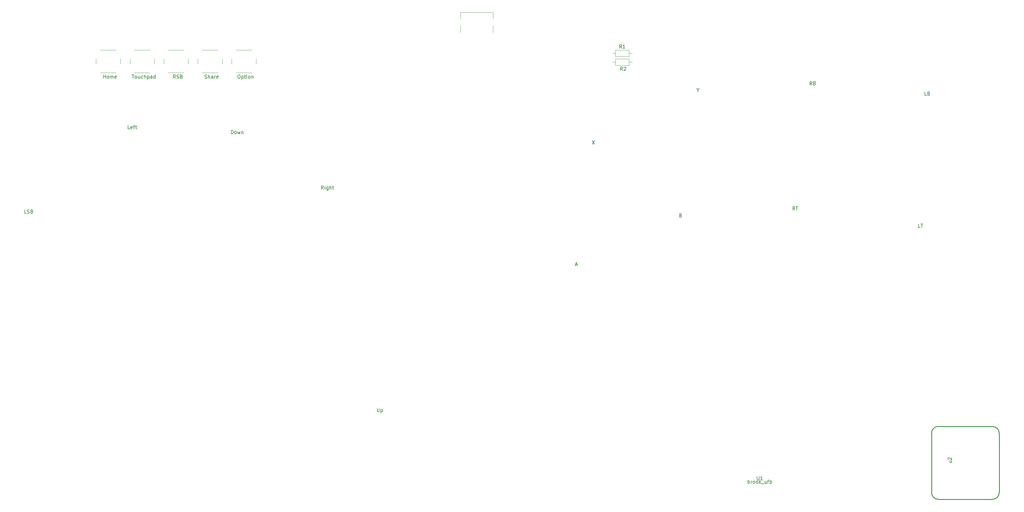
<source format=gto>
G04 #@! TF.GenerationSoftware,KiCad,Pcbnew,7.0.5*
G04 #@! TF.CreationDate,2023-09-07T16:20:45-04:00*
G04 #@! TF.ProjectId,Hitbox Full Pcb,48697462-6f78-4204-9675-6c6c20506362,rev?*
G04 #@! TF.SameCoordinates,Original*
G04 #@! TF.FileFunction,Legend,Top*
G04 #@! TF.FilePolarity,Positive*
%FSLAX46Y46*%
G04 Gerber Fmt 4.6, Leading zero omitted, Abs format (unit mm)*
G04 Created by KiCad (PCBNEW 7.0.5) date 2023-09-07 16:20:45*
%MOMM*%
%LPD*%
G01*
G04 APERTURE LIST*
%ADD10C,0.150000*%
%ADD11C,0.120000*%
%ADD12C,0.254000*%
%ADD13C,1.750000*%
%ADD14C,3.000000*%
%ADD15C,3.987800*%
%ADD16C,6.400000*%
%ADD17C,1.400000*%
%ADD18O,1.400000X1.400000*%
%ADD19C,2.000000*%
%ADD20C,0.650000*%
%ADD21O,1.000000X2.100000*%
%ADD22O,1.000000X1.600000*%
%ADD23R,0.600000X1.450000*%
%ADD24R,0.300000X1.450000*%
%ADD25C,1.700022*%
%ADD26C,1.499997*%
%ADD27R,1.499997X1.499997*%
%ADD28R,2.000000X2.000000*%
%ADD29C,1.700000*%
%ADD30R,1.700000X1.700000*%
%ADD31C,2.500000*%
G04 APERTURE END LIST*
D10*
X399099524Y-65077319D02*
X399099524Y-64077319D01*
X399099524Y-64077319D02*
X399337619Y-64077319D01*
X399337619Y-64077319D02*
X399480476Y-64124938D01*
X399480476Y-64124938D02*
X399575714Y-64220176D01*
X399575714Y-64220176D02*
X399623333Y-64315414D01*
X399623333Y-64315414D02*
X399670952Y-64505890D01*
X399670952Y-64505890D02*
X399670952Y-64648747D01*
X399670952Y-64648747D02*
X399623333Y-64839223D01*
X399623333Y-64839223D02*
X399575714Y-64934461D01*
X399575714Y-64934461D02*
X399480476Y-65029700D01*
X399480476Y-65029700D02*
X399337619Y-65077319D01*
X399337619Y-65077319D02*
X399099524Y-65077319D01*
X400242381Y-65077319D02*
X400147143Y-65029700D01*
X400147143Y-65029700D02*
X400099524Y-64982080D01*
X400099524Y-64982080D02*
X400051905Y-64886842D01*
X400051905Y-64886842D02*
X400051905Y-64601128D01*
X400051905Y-64601128D02*
X400099524Y-64505890D01*
X400099524Y-64505890D02*
X400147143Y-64458271D01*
X400147143Y-64458271D02*
X400242381Y-64410652D01*
X400242381Y-64410652D02*
X400385238Y-64410652D01*
X400385238Y-64410652D02*
X400480476Y-64458271D01*
X400480476Y-64458271D02*
X400528095Y-64505890D01*
X400528095Y-64505890D02*
X400575714Y-64601128D01*
X400575714Y-64601128D02*
X400575714Y-64886842D01*
X400575714Y-64886842D02*
X400528095Y-64982080D01*
X400528095Y-64982080D02*
X400480476Y-65029700D01*
X400480476Y-65029700D02*
X400385238Y-65077319D01*
X400385238Y-65077319D02*
X400242381Y-65077319D01*
X400909048Y-64410652D02*
X401099524Y-65077319D01*
X401099524Y-65077319D02*
X401290000Y-64601128D01*
X401290000Y-64601128D02*
X401480476Y-65077319D01*
X401480476Y-65077319D02*
X401670952Y-64410652D01*
X402051905Y-64410652D02*
X402051905Y-65077319D01*
X402051905Y-64505890D02*
X402099524Y-64458271D01*
X402099524Y-64458271D02*
X402194762Y-64410652D01*
X402194762Y-64410652D02*
X402337619Y-64410652D01*
X402337619Y-64410652D02*
X402432857Y-64458271D01*
X402432857Y-64458271D02*
X402480476Y-64553509D01*
X402480476Y-64553509D02*
X402480476Y-65077319D01*
X566109523Y-51037319D02*
X565776190Y-50561128D01*
X565538095Y-51037319D02*
X565538095Y-50037319D01*
X565538095Y-50037319D02*
X565919047Y-50037319D01*
X565919047Y-50037319D02*
X566014285Y-50084938D01*
X566014285Y-50084938D02*
X566061904Y-50132557D01*
X566061904Y-50132557D02*
X566109523Y-50227795D01*
X566109523Y-50227795D02*
X566109523Y-50370652D01*
X566109523Y-50370652D02*
X566061904Y-50465890D01*
X566061904Y-50465890D02*
X566014285Y-50513509D01*
X566014285Y-50513509D02*
X565919047Y-50561128D01*
X565919047Y-50561128D02*
X565538095Y-50561128D01*
X566871428Y-50513509D02*
X567014285Y-50561128D01*
X567014285Y-50561128D02*
X567061904Y-50608747D01*
X567061904Y-50608747D02*
X567109523Y-50703985D01*
X567109523Y-50703985D02*
X567109523Y-50846842D01*
X567109523Y-50846842D02*
X567061904Y-50942080D01*
X567061904Y-50942080D02*
X567014285Y-50989700D01*
X567014285Y-50989700D02*
X566919047Y-51037319D01*
X566919047Y-51037319D02*
X566538095Y-51037319D01*
X566538095Y-51037319D02*
X566538095Y-50037319D01*
X566538095Y-50037319D02*
X566871428Y-50037319D01*
X566871428Y-50037319D02*
X566966666Y-50084938D01*
X566966666Y-50084938D02*
X567014285Y-50132557D01*
X567014285Y-50132557D02*
X567061904Y-50227795D01*
X567061904Y-50227795D02*
X567061904Y-50323033D01*
X567061904Y-50323033D02*
X567014285Y-50418271D01*
X567014285Y-50418271D02*
X566966666Y-50465890D01*
X566966666Y-50465890D02*
X566871428Y-50513509D01*
X566871428Y-50513509D02*
X566538095Y-50513509D01*
X502956667Y-67037319D02*
X503623333Y-68037319D01*
X503623333Y-67037319D02*
X502956667Y-68037319D01*
X511633333Y-46854819D02*
X511300000Y-46378628D01*
X511061905Y-46854819D02*
X511061905Y-45854819D01*
X511061905Y-45854819D02*
X511442857Y-45854819D01*
X511442857Y-45854819D02*
X511538095Y-45902438D01*
X511538095Y-45902438D02*
X511585714Y-45950057D01*
X511585714Y-45950057D02*
X511633333Y-46045295D01*
X511633333Y-46045295D02*
X511633333Y-46188152D01*
X511633333Y-46188152D02*
X511585714Y-46283390D01*
X511585714Y-46283390D02*
X511538095Y-46331009D01*
X511538095Y-46331009D02*
X511442857Y-46378628D01*
X511442857Y-46378628D02*
X511061905Y-46378628D01*
X512014286Y-45950057D02*
X512061905Y-45902438D01*
X512061905Y-45902438D02*
X512157143Y-45854819D01*
X512157143Y-45854819D02*
X512395238Y-45854819D01*
X512395238Y-45854819D02*
X512490476Y-45902438D01*
X512490476Y-45902438D02*
X512538095Y-45950057D01*
X512538095Y-45950057D02*
X512585714Y-46045295D01*
X512585714Y-46045295D02*
X512585714Y-46140533D01*
X512585714Y-46140533D02*
X512538095Y-46283390D01*
X512538095Y-46283390D02*
X511966667Y-46854819D01*
X511966667Y-46854819D02*
X512585714Y-46854819D01*
X391521428Y-49077200D02*
X391664285Y-49124819D01*
X391664285Y-49124819D02*
X391902380Y-49124819D01*
X391902380Y-49124819D02*
X391997618Y-49077200D01*
X391997618Y-49077200D02*
X392045237Y-49029580D01*
X392045237Y-49029580D02*
X392092856Y-48934342D01*
X392092856Y-48934342D02*
X392092856Y-48839104D01*
X392092856Y-48839104D02*
X392045237Y-48743866D01*
X392045237Y-48743866D02*
X391997618Y-48696247D01*
X391997618Y-48696247D02*
X391902380Y-48648628D01*
X391902380Y-48648628D02*
X391711904Y-48601009D01*
X391711904Y-48601009D02*
X391616666Y-48553390D01*
X391616666Y-48553390D02*
X391569047Y-48505771D01*
X391569047Y-48505771D02*
X391521428Y-48410533D01*
X391521428Y-48410533D02*
X391521428Y-48315295D01*
X391521428Y-48315295D02*
X391569047Y-48220057D01*
X391569047Y-48220057D02*
X391616666Y-48172438D01*
X391616666Y-48172438D02*
X391711904Y-48124819D01*
X391711904Y-48124819D02*
X391949999Y-48124819D01*
X391949999Y-48124819D02*
X392092856Y-48172438D01*
X392521428Y-49124819D02*
X392521428Y-48124819D01*
X392949999Y-49124819D02*
X392949999Y-48601009D01*
X392949999Y-48601009D02*
X392902380Y-48505771D01*
X392902380Y-48505771D02*
X392807142Y-48458152D01*
X392807142Y-48458152D02*
X392664285Y-48458152D01*
X392664285Y-48458152D02*
X392569047Y-48505771D01*
X392569047Y-48505771D02*
X392521428Y-48553390D01*
X393854761Y-49124819D02*
X393854761Y-48601009D01*
X393854761Y-48601009D02*
X393807142Y-48505771D01*
X393807142Y-48505771D02*
X393711904Y-48458152D01*
X393711904Y-48458152D02*
X393521428Y-48458152D01*
X393521428Y-48458152D02*
X393426190Y-48505771D01*
X393854761Y-49077200D02*
X393759523Y-49124819D01*
X393759523Y-49124819D02*
X393521428Y-49124819D01*
X393521428Y-49124819D02*
X393426190Y-49077200D01*
X393426190Y-49077200D02*
X393378571Y-48981961D01*
X393378571Y-48981961D02*
X393378571Y-48886723D01*
X393378571Y-48886723D02*
X393426190Y-48791485D01*
X393426190Y-48791485D02*
X393521428Y-48743866D01*
X393521428Y-48743866D02*
X393759523Y-48743866D01*
X393759523Y-48743866D02*
X393854761Y-48696247D01*
X394330952Y-49124819D02*
X394330952Y-48458152D01*
X394330952Y-48648628D02*
X394378571Y-48553390D01*
X394378571Y-48553390D02*
X394426190Y-48505771D01*
X394426190Y-48505771D02*
X394521428Y-48458152D01*
X394521428Y-48458152D02*
X394616666Y-48458152D01*
X395330952Y-49077200D02*
X395235714Y-49124819D01*
X395235714Y-49124819D02*
X395045238Y-49124819D01*
X395045238Y-49124819D02*
X394950000Y-49077200D01*
X394950000Y-49077200D02*
X394902381Y-48981961D01*
X394902381Y-48981961D02*
X394902381Y-48601009D01*
X394902381Y-48601009D02*
X394950000Y-48505771D01*
X394950000Y-48505771D02*
X395045238Y-48458152D01*
X395045238Y-48458152D02*
X395235714Y-48458152D01*
X395235714Y-48458152D02*
X395330952Y-48505771D01*
X395330952Y-48505771D02*
X395378571Y-48601009D01*
X395378571Y-48601009D02*
X395378571Y-48696247D01*
X395378571Y-48696247D02*
X394902381Y-48791485D01*
X511383333Y-40454819D02*
X511050000Y-39978628D01*
X510811905Y-40454819D02*
X510811905Y-39454819D01*
X510811905Y-39454819D02*
X511192857Y-39454819D01*
X511192857Y-39454819D02*
X511288095Y-39502438D01*
X511288095Y-39502438D02*
X511335714Y-39550057D01*
X511335714Y-39550057D02*
X511383333Y-39645295D01*
X511383333Y-39645295D02*
X511383333Y-39788152D01*
X511383333Y-39788152D02*
X511335714Y-39883390D01*
X511335714Y-39883390D02*
X511288095Y-39931009D01*
X511288095Y-39931009D02*
X511192857Y-39978628D01*
X511192857Y-39978628D02*
X510811905Y-39978628D01*
X512335714Y-40454819D02*
X511764286Y-40454819D01*
X512050000Y-40454819D02*
X512050000Y-39454819D01*
X512050000Y-39454819D02*
X511954762Y-39597676D01*
X511954762Y-39597676D02*
X511859524Y-39692914D01*
X511859524Y-39692914D02*
X511764286Y-39740533D01*
X498081905Y-102771604D02*
X498558095Y-102771604D01*
X497986667Y-103057319D02*
X498320000Y-102057319D01*
X498320000Y-102057319D02*
X498653333Y-103057319D01*
X605604152Y-159261904D02*
X606270819Y-159261904D01*
X605604152Y-159690475D02*
X606127961Y-159690475D01*
X606127961Y-159690475D02*
X606223200Y-159642856D01*
X606223200Y-159642856D02*
X606270819Y-159547618D01*
X606270819Y-159547618D02*
X606270819Y-159404761D01*
X606270819Y-159404761D02*
X606223200Y-159309523D01*
X606223200Y-159309523D02*
X606175580Y-159261904D01*
X605366057Y-158833332D02*
X605318438Y-158785713D01*
X605318438Y-158785713D02*
X605270819Y-158690475D01*
X605270819Y-158690475D02*
X605270819Y-158452380D01*
X605270819Y-158452380D02*
X605318438Y-158357142D01*
X605318438Y-158357142D02*
X605366057Y-158309523D01*
X605366057Y-158309523D02*
X605461295Y-158261904D01*
X605461295Y-158261904D02*
X605556533Y-158261904D01*
X605556533Y-158261904D02*
X605699390Y-158309523D01*
X605699390Y-158309523D02*
X606270819Y-158880951D01*
X606270819Y-158880951D02*
X606270819Y-158261904D01*
X533310000Y-52521128D02*
X533310000Y-52997319D01*
X532976667Y-51997319D02*
X533310000Y-52521128D01*
X533310000Y-52521128D02*
X533643333Y-51997319D01*
X550335144Y-163662324D02*
X550335144Y-164471847D01*
X550335144Y-164471847D02*
X550382763Y-164567085D01*
X550382763Y-164567085D02*
X550430382Y-164614705D01*
X550430382Y-164614705D02*
X550525620Y-164662324D01*
X550525620Y-164662324D02*
X550716096Y-164662324D01*
X550716096Y-164662324D02*
X550811334Y-164614705D01*
X550811334Y-164614705D02*
X550858953Y-164567085D01*
X550858953Y-164567085D02*
X550906572Y-164471847D01*
X550906572Y-164471847D02*
X550906572Y-163662324D01*
X551906572Y-164662324D02*
X551335144Y-164662324D01*
X551620858Y-164662324D02*
X551620858Y-163662324D01*
X551620858Y-163662324D02*
X551525620Y-163805181D01*
X551525620Y-163805181D02*
X551430382Y-163900419D01*
X551430382Y-163900419D02*
X551335144Y-163948038D01*
X547692286Y-165662324D02*
X547692286Y-164662324D01*
X547692286Y-165043276D02*
X547787524Y-164995657D01*
X547787524Y-164995657D02*
X547978000Y-164995657D01*
X547978000Y-164995657D02*
X548073238Y-165043276D01*
X548073238Y-165043276D02*
X548120857Y-165090895D01*
X548120857Y-165090895D02*
X548168476Y-165186133D01*
X548168476Y-165186133D02*
X548168476Y-165471847D01*
X548168476Y-165471847D02*
X548120857Y-165567085D01*
X548120857Y-165567085D02*
X548073238Y-165614705D01*
X548073238Y-165614705D02*
X547978000Y-165662324D01*
X547978000Y-165662324D02*
X547787524Y-165662324D01*
X547787524Y-165662324D02*
X547692286Y-165614705D01*
X548597048Y-165662324D02*
X548597048Y-164995657D01*
X548597048Y-165186133D02*
X548644667Y-165090895D01*
X548644667Y-165090895D02*
X548692286Y-165043276D01*
X548692286Y-165043276D02*
X548787524Y-164995657D01*
X548787524Y-164995657D02*
X548882762Y-164995657D01*
X549358953Y-165662324D02*
X549263715Y-165614705D01*
X549263715Y-165614705D02*
X549216096Y-165567085D01*
X549216096Y-165567085D02*
X549168477Y-165471847D01*
X549168477Y-165471847D02*
X549168477Y-165186133D01*
X549168477Y-165186133D02*
X549216096Y-165090895D01*
X549216096Y-165090895D02*
X549263715Y-165043276D01*
X549263715Y-165043276D02*
X549358953Y-164995657D01*
X549358953Y-164995657D02*
X549501810Y-164995657D01*
X549501810Y-164995657D02*
X549597048Y-165043276D01*
X549597048Y-165043276D02*
X549644667Y-165090895D01*
X549644667Y-165090895D02*
X549692286Y-165186133D01*
X549692286Y-165186133D02*
X549692286Y-165471847D01*
X549692286Y-165471847D02*
X549644667Y-165567085D01*
X549644667Y-165567085D02*
X549597048Y-165614705D01*
X549597048Y-165614705D02*
X549501810Y-165662324D01*
X549501810Y-165662324D02*
X549358953Y-165662324D01*
X550263715Y-165662324D02*
X550168477Y-165614705D01*
X550168477Y-165614705D02*
X550120858Y-165567085D01*
X550120858Y-165567085D02*
X550073239Y-165471847D01*
X550073239Y-165471847D02*
X550073239Y-165186133D01*
X550073239Y-165186133D02*
X550120858Y-165090895D01*
X550120858Y-165090895D02*
X550168477Y-165043276D01*
X550168477Y-165043276D02*
X550263715Y-164995657D01*
X550263715Y-164995657D02*
X550406572Y-164995657D01*
X550406572Y-164995657D02*
X550501810Y-165043276D01*
X550501810Y-165043276D02*
X550549429Y-165090895D01*
X550549429Y-165090895D02*
X550597048Y-165186133D01*
X550597048Y-165186133D02*
X550597048Y-165471847D01*
X550597048Y-165471847D02*
X550549429Y-165567085D01*
X550549429Y-165567085D02*
X550501810Y-165614705D01*
X550501810Y-165614705D02*
X550406572Y-165662324D01*
X550406572Y-165662324D02*
X550263715Y-165662324D01*
X551025620Y-165662324D02*
X551025620Y-164662324D01*
X551120858Y-165281371D02*
X551406572Y-165662324D01*
X551406572Y-164995657D02*
X551025620Y-165376609D01*
X551597049Y-165757562D02*
X552358953Y-165757562D01*
X553025620Y-164995657D02*
X553025620Y-165662324D01*
X552597049Y-164995657D02*
X552597049Y-165519466D01*
X552597049Y-165519466D02*
X552644668Y-165614705D01*
X552644668Y-165614705D02*
X552739906Y-165662324D01*
X552739906Y-165662324D02*
X552882763Y-165662324D01*
X552882763Y-165662324D02*
X552978001Y-165614705D01*
X552978001Y-165614705D02*
X553025620Y-165567085D01*
X553358954Y-164995657D02*
X553739906Y-164995657D01*
X553501811Y-165662324D02*
X553501811Y-164805181D01*
X553501811Y-164805181D02*
X553549430Y-164709943D01*
X553549430Y-164709943D02*
X553644668Y-164662324D01*
X553644668Y-164662324D02*
X553739906Y-164662324D01*
X554073240Y-165662324D02*
X554073240Y-164662324D01*
X554073240Y-165043276D02*
X554168478Y-164995657D01*
X554168478Y-164995657D02*
X554358954Y-164995657D01*
X554358954Y-164995657D02*
X554454192Y-165043276D01*
X554454192Y-165043276D02*
X554501811Y-165090895D01*
X554501811Y-165090895D02*
X554549430Y-165186133D01*
X554549430Y-165186133D02*
X554549430Y-165471847D01*
X554549430Y-165471847D02*
X554501811Y-165567085D01*
X554501811Y-165567085D02*
X554454192Y-165614705D01*
X554454192Y-165614705D02*
X554358954Y-165662324D01*
X554358954Y-165662324D02*
X554168478Y-165662324D01*
X554168478Y-165662324D02*
X554073240Y-165614705D01*
X383033333Y-49124819D02*
X382700000Y-48648628D01*
X382461905Y-49124819D02*
X382461905Y-48124819D01*
X382461905Y-48124819D02*
X382842857Y-48124819D01*
X382842857Y-48124819D02*
X382938095Y-48172438D01*
X382938095Y-48172438D02*
X382985714Y-48220057D01*
X382985714Y-48220057D02*
X383033333Y-48315295D01*
X383033333Y-48315295D02*
X383033333Y-48458152D01*
X383033333Y-48458152D02*
X382985714Y-48553390D01*
X382985714Y-48553390D02*
X382938095Y-48601009D01*
X382938095Y-48601009D02*
X382842857Y-48648628D01*
X382842857Y-48648628D02*
X382461905Y-48648628D01*
X383414286Y-49077200D02*
X383557143Y-49124819D01*
X383557143Y-49124819D02*
X383795238Y-49124819D01*
X383795238Y-49124819D02*
X383890476Y-49077200D01*
X383890476Y-49077200D02*
X383938095Y-49029580D01*
X383938095Y-49029580D02*
X383985714Y-48934342D01*
X383985714Y-48934342D02*
X383985714Y-48839104D01*
X383985714Y-48839104D02*
X383938095Y-48743866D01*
X383938095Y-48743866D02*
X383890476Y-48696247D01*
X383890476Y-48696247D02*
X383795238Y-48648628D01*
X383795238Y-48648628D02*
X383604762Y-48601009D01*
X383604762Y-48601009D02*
X383509524Y-48553390D01*
X383509524Y-48553390D02*
X383461905Y-48505771D01*
X383461905Y-48505771D02*
X383414286Y-48410533D01*
X383414286Y-48410533D02*
X383414286Y-48315295D01*
X383414286Y-48315295D02*
X383461905Y-48220057D01*
X383461905Y-48220057D02*
X383509524Y-48172438D01*
X383509524Y-48172438D02*
X383604762Y-48124819D01*
X383604762Y-48124819D02*
X383842857Y-48124819D01*
X383842857Y-48124819D02*
X383985714Y-48172438D01*
X384747619Y-48601009D02*
X384890476Y-48648628D01*
X384890476Y-48648628D02*
X384938095Y-48696247D01*
X384938095Y-48696247D02*
X384985714Y-48791485D01*
X384985714Y-48791485D02*
X384985714Y-48934342D01*
X384985714Y-48934342D02*
X384938095Y-49029580D01*
X384938095Y-49029580D02*
X384890476Y-49077200D01*
X384890476Y-49077200D02*
X384795238Y-49124819D01*
X384795238Y-49124819D02*
X384414286Y-49124819D01*
X384414286Y-49124819D02*
X384414286Y-48124819D01*
X384414286Y-48124819D02*
X384747619Y-48124819D01*
X384747619Y-48124819D02*
X384842857Y-48172438D01*
X384842857Y-48172438D02*
X384890476Y-48220057D01*
X384890476Y-48220057D02*
X384938095Y-48315295D01*
X384938095Y-48315295D02*
X384938095Y-48410533D01*
X384938095Y-48410533D02*
X384890476Y-48505771D01*
X384890476Y-48505771D02*
X384842857Y-48553390D01*
X384842857Y-48553390D02*
X384747619Y-48601009D01*
X384747619Y-48601009D02*
X384414286Y-48601009D01*
X597248571Y-92047319D02*
X596772381Y-92047319D01*
X596772381Y-92047319D02*
X596772381Y-91047319D01*
X597439048Y-91047319D02*
X598010476Y-91047319D01*
X597724762Y-92047319D02*
X597724762Y-91047319D01*
X401223809Y-48124819D02*
X401414285Y-48124819D01*
X401414285Y-48124819D02*
X401509523Y-48172438D01*
X401509523Y-48172438D02*
X401604761Y-48267676D01*
X401604761Y-48267676D02*
X401652380Y-48458152D01*
X401652380Y-48458152D02*
X401652380Y-48791485D01*
X401652380Y-48791485D02*
X401604761Y-48981961D01*
X401604761Y-48981961D02*
X401509523Y-49077200D01*
X401509523Y-49077200D02*
X401414285Y-49124819D01*
X401414285Y-49124819D02*
X401223809Y-49124819D01*
X401223809Y-49124819D02*
X401128571Y-49077200D01*
X401128571Y-49077200D02*
X401033333Y-48981961D01*
X401033333Y-48981961D02*
X400985714Y-48791485D01*
X400985714Y-48791485D02*
X400985714Y-48458152D01*
X400985714Y-48458152D02*
X401033333Y-48267676D01*
X401033333Y-48267676D02*
X401128571Y-48172438D01*
X401128571Y-48172438D02*
X401223809Y-48124819D01*
X402080952Y-48458152D02*
X402080952Y-49458152D01*
X402080952Y-48505771D02*
X402176190Y-48458152D01*
X402176190Y-48458152D02*
X402366666Y-48458152D01*
X402366666Y-48458152D02*
X402461904Y-48505771D01*
X402461904Y-48505771D02*
X402509523Y-48553390D01*
X402509523Y-48553390D02*
X402557142Y-48648628D01*
X402557142Y-48648628D02*
X402557142Y-48934342D01*
X402557142Y-48934342D02*
X402509523Y-49029580D01*
X402509523Y-49029580D02*
X402461904Y-49077200D01*
X402461904Y-49077200D02*
X402366666Y-49124819D01*
X402366666Y-49124819D02*
X402176190Y-49124819D01*
X402176190Y-49124819D02*
X402080952Y-49077200D01*
X402842857Y-48458152D02*
X403223809Y-48458152D01*
X402985714Y-48124819D02*
X402985714Y-48981961D01*
X402985714Y-48981961D02*
X403033333Y-49077200D01*
X403033333Y-49077200D02*
X403128571Y-49124819D01*
X403128571Y-49124819D02*
X403223809Y-49124819D01*
X403557143Y-49124819D02*
X403557143Y-48458152D01*
X403557143Y-48124819D02*
X403509524Y-48172438D01*
X403509524Y-48172438D02*
X403557143Y-48220057D01*
X403557143Y-48220057D02*
X403604762Y-48172438D01*
X403604762Y-48172438D02*
X403557143Y-48124819D01*
X403557143Y-48124819D02*
X403557143Y-48220057D01*
X404176190Y-49124819D02*
X404080952Y-49077200D01*
X404080952Y-49077200D02*
X404033333Y-49029580D01*
X404033333Y-49029580D02*
X403985714Y-48934342D01*
X403985714Y-48934342D02*
X403985714Y-48648628D01*
X403985714Y-48648628D02*
X404033333Y-48553390D01*
X404033333Y-48553390D02*
X404080952Y-48505771D01*
X404080952Y-48505771D02*
X404176190Y-48458152D01*
X404176190Y-48458152D02*
X404319047Y-48458152D01*
X404319047Y-48458152D02*
X404414285Y-48505771D01*
X404414285Y-48505771D02*
X404461904Y-48553390D01*
X404461904Y-48553390D02*
X404509523Y-48648628D01*
X404509523Y-48648628D02*
X404509523Y-48934342D01*
X404509523Y-48934342D02*
X404461904Y-49029580D01*
X404461904Y-49029580D02*
X404414285Y-49077200D01*
X404414285Y-49077200D02*
X404319047Y-49124819D01*
X404319047Y-49124819D02*
X404176190Y-49124819D01*
X404938095Y-48458152D02*
X404938095Y-49124819D01*
X404938095Y-48553390D02*
X404985714Y-48505771D01*
X404985714Y-48505771D02*
X405080952Y-48458152D01*
X405080952Y-48458152D02*
X405223809Y-48458152D01*
X405223809Y-48458152D02*
X405319047Y-48505771D01*
X405319047Y-48505771D02*
X405366666Y-48601009D01*
X405366666Y-48601009D02*
X405366666Y-49124819D01*
X425620952Y-81047319D02*
X425287619Y-80571128D01*
X425049524Y-81047319D02*
X425049524Y-80047319D01*
X425049524Y-80047319D02*
X425430476Y-80047319D01*
X425430476Y-80047319D02*
X425525714Y-80094938D01*
X425525714Y-80094938D02*
X425573333Y-80142557D01*
X425573333Y-80142557D02*
X425620952Y-80237795D01*
X425620952Y-80237795D02*
X425620952Y-80380652D01*
X425620952Y-80380652D02*
X425573333Y-80475890D01*
X425573333Y-80475890D02*
X425525714Y-80523509D01*
X425525714Y-80523509D02*
X425430476Y-80571128D01*
X425430476Y-80571128D02*
X425049524Y-80571128D01*
X426049524Y-81047319D02*
X426049524Y-80380652D01*
X426049524Y-80047319D02*
X426001905Y-80094938D01*
X426001905Y-80094938D02*
X426049524Y-80142557D01*
X426049524Y-80142557D02*
X426097143Y-80094938D01*
X426097143Y-80094938D02*
X426049524Y-80047319D01*
X426049524Y-80047319D02*
X426049524Y-80142557D01*
X426954285Y-80380652D02*
X426954285Y-81190176D01*
X426954285Y-81190176D02*
X426906666Y-81285414D01*
X426906666Y-81285414D02*
X426859047Y-81333033D01*
X426859047Y-81333033D02*
X426763809Y-81380652D01*
X426763809Y-81380652D02*
X426620952Y-81380652D01*
X426620952Y-81380652D02*
X426525714Y-81333033D01*
X426954285Y-80999700D02*
X426859047Y-81047319D01*
X426859047Y-81047319D02*
X426668571Y-81047319D01*
X426668571Y-81047319D02*
X426573333Y-80999700D01*
X426573333Y-80999700D02*
X426525714Y-80952080D01*
X426525714Y-80952080D02*
X426478095Y-80856842D01*
X426478095Y-80856842D02*
X426478095Y-80571128D01*
X426478095Y-80571128D02*
X426525714Y-80475890D01*
X426525714Y-80475890D02*
X426573333Y-80428271D01*
X426573333Y-80428271D02*
X426668571Y-80380652D01*
X426668571Y-80380652D02*
X426859047Y-80380652D01*
X426859047Y-80380652D02*
X426954285Y-80428271D01*
X427430476Y-81047319D02*
X427430476Y-80047319D01*
X427859047Y-81047319D02*
X427859047Y-80523509D01*
X427859047Y-80523509D02*
X427811428Y-80428271D01*
X427811428Y-80428271D02*
X427716190Y-80380652D01*
X427716190Y-80380652D02*
X427573333Y-80380652D01*
X427573333Y-80380652D02*
X427478095Y-80428271D01*
X427478095Y-80428271D02*
X427430476Y-80475890D01*
X428192381Y-80380652D02*
X428573333Y-80380652D01*
X428335238Y-80047319D02*
X428335238Y-80904461D01*
X428335238Y-80904461D02*
X428382857Y-80999700D01*
X428382857Y-80999700D02*
X428478095Y-81047319D01*
X428478095Y-81047319D02*
X428573333Y-81047319D01*
X370521428Y-48124819D02*
X371092856Y-48124819D01*
X370807142Y-49124819D02*
X370807142Y-48124819D01*
X371569047Y-49124819D02*
X371473809Y-49077200D01*
X371473809Y-49077200D02*
X371426190Y-49029580D01*
X371426190Y-49029580D02*
X371378571Y-48934342D01*
X371378571Y-48934342D02*
X371378571Y-48648628D01*
X371378571Y-48648628D02*
X371426190Y-48553390D01*
X371426190Y-48553390D02*
X371473809Y-48505771D01*
X371473809Y-48505771D02*
X371569047Y-48458152D01*
X371569047Y-48458152D02*
X371711904Y-48458152D01*
X371711904Y-48458152D02*
X371807142Y-48505771D01*
X371807142Y-48505771D02*
X371854761Y-48553390D01*
X371854761Y-48553390D02*
X371902380Y-48648628D01*
X371902380Y-48648628D02*
X371902380Y-48934342D01*
X371902380Y-48934342D02*
X371854761Y-49029580D01*
X371854761Y-49029580D02*
X371807142Y-49077200D01*
X371807142Y-49077200D02*
X371711904Y-49124819D01*
X371711904Y-49124819D02*
X371569047Y-49124819D01*
X372759523Y-48458152D02*
X372759523Y-49124819D01*
X372330952Y-48458152D02*
X372330952Y-48981961D01*
X372330952Y-48981961D02*
X372378571Y-49077200D01*
X372378571Y-49077200D02*
X372473809Y-49124819D01*
X372473809Y-49124819D02*
X372616666Y-49124819D01*
X372616666Y-49124819D02*
X372711904Y-49077200D01*
X372711904Y-49077200D02*
X372759523Y-49029580D01*
X373664285Y-49077200D02*
X373569047Y-49124819D01*
X373569047Y-49124819D02*
X373378571Y-49124819D01*
X373378571Y-49124819D02*
X373283333Y-49077200D01*
X373283333Y-49077200D02*
X373235714Y-49029580D01*
X373235714Y-49029580D02*
X373188095Y-48934342D01*
X373188095Y-48934342D02*
X373188095Y-48648628D01*
X373188095Y-48648628D02*
X373235714Y-48553390D01*
X373235714Y-48553390D02*
X373283333Y-48505771D01*
X373283333Y-48505771D02*
X373378571Y-48458152D01*
X373378571Y-48458152D02*
X373569047Y-48458152D01*
X373569047Y-48458152D02*
X373664285Y-48505771D01*
X374092857Y-49124819D02*
X374092857Y-48124819D01*
X374521428Y-49124819D02*
X374521428Y-48601009D01*
X374521428Y-48601009D02*
X374473809Y-48505771D01*
X374473809Y-48505771D02*
X374378571Y-48458152D01*
X374378571Y-48458152D02*
X374235714Y-48458152D01*
X374235714Y-48458152D02*
X374140476Y-48505771D01*
X374140476Y-48505771D02*
X374092857Y-48553390D01*
X374997619Y-48458152D02*
X374997619Y-49458152D01*
X374997619Y-48505771D02*
X375092857Y-48458152D01*
X375092857Y-48458152D02*
X375283333Y-48458152D01*
X375283333Y-48458152D02*
X375378571Y-48505771D01*
X375378571Y-48505771D02*
X375426190Y-48553390D01*
X375426190Y-48553390D02*
X375473809Y-48648628D01*
X375473809Y-48648628D02*
X375473809Y-48934342D01*
X375473809Y-48934342D02*
X375426190Y-49029580D01*
X375426190Y-49029580D02*
X375378571Y-49077200D01*
X375378571Y-49077200D02*
X375283333Y-49124819D01*
X375283333Y-49124819D02*
X375092857Y-49124819D01*
X375092857Y-49124819D02*
X374997619Y-49077200D01*
X376330952Y-49124819D02*
X376330952Y-48601009D01*
X376330952Y-48601009D02*
X376283333Y-48505771D01*
X376283333Y-48505771D02*
X376188095Y-48458152D01*
X376188095Y-48458152D02*
X375997619Y-48458152D01*
X375997619Y-48458152D02*
X375902381Y-48505771D01*
X376330952Y-49077200D02*
X376235714Y-49124819D01*
X376235714Y-49124819D02*
X375997619Y-49124819D01*
X375997619Y-49124819D02*
X375902381Y-49077200D01*
X375902381Y-49077200D02*
X375854762Y-48981961D01*
X375854762Y-48981961D02*
X375854762Y-48886723D01*
X375854762Y-48886723D02*
X375902381Y-48791485D01*
X375902381Y-48791485D02*
X375997619Y-48743866D01*
X375997619Y-48743866D02*
X376235714Y-48743866D01*
X376235714Y-48743866D02*
X376330952Y-48696247D01*
X377235714Y-49124819D02*
X377235714Y-48124819D01*
X377235714Y-49077200D02*
X377140476Y-49124819D01*
X377140476Y-49124819D02*
X376950000Y-49124819D01*
X376950000Y-49124819D02*
X376854762Y-49077200D01*
X376854762Y-49077200D02*
X376807143Y-49029580D01*
X376807143Y-49029580D02*
X376759524Y-48934342D01*
X376759524Y-48934342D02*
X376759524Y-48648628D01*
X376759524Y-48648628D02*
X376807143Y-48553390D01*
X376807143Y-48553390D02*
X376854762Y-48505771D01*
X376854762Y-48505771D02*
X376950000Y-48458152D01*
X376950000Y-48458152D02*
X377140476Y-48458152D01*
X377140476Y-48458152D02*
X377235714Y-48505771D01*
X362366667Y-49124819D02*
X362366667Y-48124819D01*
X362366667Y-48601009D02*
X362938095Y-48601009D01*
X362938095Y-49124819D02*
X362938095Y-48124819D01*
X363557143Y-49124819D02*
X363461905Y-49077200D01*
X363461905Y-49077200D02*
X363414286Y-49029580D01*
X363414286Y-49029580D02*
X363366667Y-48934342D01*
X363366667Y-48934342D02*
X363366667Y-48648628D01*
X363366667Y-48648628D02*
X363414286Y-48553390D01*
X363414286Y-48553390D02*
X363461905Y-48505771D01*
X363461905Y-48505771D02*
X363557143Y-48458152D01*
X363557143Y-48458152D02*
X363700000Y-48458152D01*
X363700000Y-48458152D02*
X363795238Y-48505771D01*
X363795238Y-48505771D02*
X363842857Y-48553390D01*
X363842857Y-48553390D02*
X363890476Y-48648628D01*
X363890476Y-48648628D02*
X363890476Y-48934342D01*
X363890476Y-48934342D02*
X363842857Y-49029580D01*
X363842857Y-49029580D02*
X363795238Y-49077200D01*
X363795238Y-49077200D02*
X363700000Y-49124819D01*
X363700000Y-49124819D02*
X363557143Y-49124819D01*
X364319048Y-49124819D02*
X364319048Y-48458152D01*
X364319048Y-48553390D02*
X364366667Y-48505771D01*
X364366667Y-48505771D02*
X364461905Y-48458152D01*
X364461905Y-48458152D02*
X364604762Y-48458152D01*
X364604762Y-48458152D02*
X364700000Y-48505771D01*
X364700000Y-48505771D02*
X364747619Y-48601009D01*
X364747619Y-48601009D02*
X364747619Y-49124819D01*
X364747619Y-48601009D02*
X364795238Y-48505771D01*
X364795238Y-48505771D02*
X364890476Y-48458152D01*
X364890476Y-48458152D02*
X365033333Y-48458152D01*
X365033333Y-48458152D02*
X365128572Y-48505771D01*
X365128572Y-48505771D02*
X365176191Y-48601009D01*
X365176191Y-48601009D02*
X365176191Y-49124819D01*
X366033333Y-49077200D02*
X365938095Y-49124819D01*
X365938095Y-49124819D02*
X365747619Y-49124819D01*
X365747619Y-49124819D02*
X365652381Y-49077200D01*
X365652381Y-49077200D02*
X365604762Y-48981961D01*
X365604762Y-48981961D02*
X365604762Y-48601009D01*
X365604762Y-48601009D02*
X365652381Y-48505771D01*
X365652381Y-48505771D02*
X365747619Y-48458152D01*
X365747619Y-48458152D02*
X365938095Y-48458152D01*
X365938095Y-48458152D02*
X366033333Y-48505771D01*
X366033333Y-48505771D02*
X366080952Y-48601009D01*
X366080952Y-48601009D02*
X366080952Y-48696247D01*
X366080952Y-48696247D02*
X365604762Y-48791485D01*
X599079523Y-54027319D02*
X598603333Y-54027319D01*
X598603333Y-54027319D02*
X598603333Y-53027319D01*
X599746190Y-53503509D02*
X599889047Y-53551128D01*
X599889047Y-53551128D02*
X599936666Y-53598747D01*
X599936666Y-53598747D02*
X599984285Y-53693985D01*
X599984285Y-53693985D02*
X599984285Y-53836842D01*
X599984285Y-53836842D02*
X599936666Y-53932080D01*
X599936666Y-53932080D02*
X599889047Y-53979700D01*
X599889047Y-53979700D02*
X599793809Y-54027319D01*
X599793809Y-54027319D02*
X599412857Y-54027319D01*
X599412857Y-54027319D02*
X599412857Y-53027319D01*
X599412857Y-53027319D02*
X599746190Y-53027319D01*
X599746190Y-53027319D02*
X599841428Y-53074938D01*
X599841428Y-53074938D02*
X599889047Y-53122557D01*
X599889047Y-53122557D02*
X599936666Y-53217795D01*
X599936666Y-53217795D02*
X599936666Y-53313033D01*
X599936666Y-53313033D02*
X599889047Y-53408271D01*
X599889047Y-53408271D02*
X599841428Y-53455890D01*
X599841428Y-53455890D02*
X599746190Y-53503509D01*
X599746190Y-53503509D02*
X599412857Y-53503509D01*
X528361428Y-88563509D02*
X528504285Y-88611128D01*
X528504285Y-88611128D02*
X528551904Y-88658747D01*
X528551904Y-88658747D02*
X528599523Y-88753985D01*
X528599523Y-88753985D02*
X528599523Y-88896842D01*
X528599523Y-88896842D02*
X528551904Y-88992080D01*
X528551904Y-88992080D02*
X528504285Y-89039700D01*
X528504285Y-89039700D02*
X528409047Y-89087319D01*
X528409047Y-89087319D02*
X528028095Y-89087319D01*
X528028095Y-89087319D02*
X528028095Y-88087319D01*
X528028095Y-88087319D02*
X528361428Y-88087319D01*
X528361428Y-88087319D02*
X528456666Y-88134938D01*
X528456666Y-88134938D02*
X528504285Y-88182557D01*
X528504285Y-88182557D02*
X528551904Y-88277795D01*
X528551904Y-88277795D02*
X528551904Y-88373033D01*
X528551904Y-88373033D02*
X528504285Y-88468271D01*
X528504285Y-88468271D02*
X528456666Y-88515890D01*
X528456666Y-88515890D02*
X528361428Y-88563509D01*
X528361428Y-88563509D02*
X528028095Y-88563509D01*
X441081905Y-144057319D02*
X441081905Y-144866842D01*
X441081905Y-144866842D02*
X441129524Y-144962080D01*
X441129524Y-144962080D02*
X441177143Y-145009700D01*
X441177143Y-145009700D02*
X441272381Y-145057319D01*
X441272381Y-145057319D02*
X441462857Y-145057319D01*
X441462857Y-145057319D02*
X441558095Y-145009700D01*
X441558095Y-145009700D02*
X441605714Y-144962080D01*
X441605714Y-144962080D02*
X441653333Y-144866842D01*
X441653333Y-144866842D02*
X441653333Y-144057319D01*
X442129524Y-144390652D02*
X442129524Y-145390652D01*
X442129524Y-144438271D02*
X442224762Y-144390652D01*
X442224762Y-144390652D02*
X442415238Y-144390652D01*
X442415238Y-144390652D02*
X442510476Y-144438271D01*
X442510476Y-144438271D02*
X442558095Y-144485890D01*
X442558095Y-144485890D02*
X442605714Y-144581128D01*
X442605714Y-144581128D02*
X442605714Y-144866842D01*
X442605714Y-144866842D02*
X442558095Y-144962080D01*
X442558095Y-144962080D02*
X442510476Y-145009700D01*
X442510476Y-145009700D02*
X442415238Y-145057319D01*
X442415238Y-145057319D02*
X442224762Y-145057319D01*
X442224762Y-145057319D02*
X442129524Y-145009700D01*
X369909523Y-63654819D02*
X369433333Y-63654819D01*
X369433333Y-63654819D02*
X369433333Y-62654819D01*
X370623809Y-63607200D02*
X370528571Y-63654819D01*
X370528571Y-63654819D02*
X370338095Y-63654819D01*
X370338095Y-63654819D02*
X370242857Y-63607200D01*
X370242857Y-63607200D02*
X370195238Y-63511961D01*
X370195238Y-63511961D02*
X370195238Y-63131009D01*
X370195238Y-63131009D02*
X370242857Y-63035771D01*
X370242857Y-63035771D02*
X370338095Y-62988152D01*
X370338095Y-62988152D02*
X370528571Y-62988152D01*
X370528571Y-62988152D02*
X370623809Y-63035771D01*
X370623809Y-63035771D02*
X370671428Y-63131009D01*
X370671428Y-63131009D02*
X370671428Y-63226247D01*
X370671428Y-63226247D02*
X370195238Y-63321485D01*
X370957143Y-62988152D02*
X371338095Y-62988152D01*
X371100000Y-63654819D02*
X371100000Y-62797676D01*
X371100000Y-62797676D02*
X371147619Y-62702438D01*
X371147619Y-62702438D02*
X371242857Y-62654819D01*
X371242857Y-62654819D02*
X371338095Y-62654819D01*
X371528572Y-62988152D02*
X371909524Y-62988152D01*
X371671429Y-62654819D02*
X371671429Y-63511961D01*
X371671429Y-63511961D02*
X371719048Y-63607200D01*
X371719048Y-63607200D02*
X371814286Y-63654819D01*
X371814286Y-63654819D02*
X371909524Y-63654819D01*
X561208571Y-87037319D02*
X560875238Y-86561128D01*
X560637143Y-87037319D02*
X560637143Y-86037319D01*
X560637143Y-86037319D02*
X561018095Y-86037319D01*
X561018095Y-86037319D02*
X561113333Y-86084938D01*
X561113333Y-86084938D02*
X561160952Y-86132557D01*
X561160952Y-86132557D02*
X561208571Y-86227795D01*
X561208571Y-86227795D02*
X561208571Y-86370652D01*
X561208571Y-86370652D02*
X561160952Y-86465890D01*
X561160952Y-86465890D02*
X561113333Y-86513509D01*
X561113333Y-86513509D02*
X561018095Y-86561128D01*
X561018095Y-86561128D02*
X560637143Y-86561128D01*
X561494286Y-86037319D02*
X562065714Y-86037319D01*
X561780000Y-87037319D02*
X561780000Y-86037319D01*
X340133333Y-87954819D02*
X339657143Y-87954819D01*
X339657143Y-87954819D02*
X339657143Y-86954819D01*
X340419048Y-87907200D02*
X340561905Y-87954819D01*
X340561905Y-87954819D02*
X340800000Y-87954819D01*
X340800000Y-87954819D02*
X340895238Y-87907200D01*
X340895238Y-87907200D02*
X340942857Y-87859580D01*
X340942857Y-87859580D02*
X340990476Y-87764342D01*
X340990476Y-87764342D02*
X340990476Y-87669104D01*
X340990476Y-87669104D02*
X340942857Y-87573866D01*
X340942857Y-87573866D02*
X340895238Y-87526247D01*
X340895238Y-87526247D02*
X340800000Y-87478628D01*
X340800000Y-87478628D02*
X340609524Y-87431009D01*
X340609524Y-87431009D02*
X340514286Y-87383390D01*
X340514286Y-87383390D02*
X340466667Y-87335771D01*
X340466667Y-87335771D02*
X340419048Y-87240533D01*
X340419048Y-87240533D02*
X340419048Y-87145295D01*
X340419048Y-87145295D02*
X340466667Y-87050057D01*
X340466667Y-87050057D02*
X340514286Y-87002438D01*
X340514286Y-87002438D02*
X340609524Y-86954819D01*
X340609524Y-86954819D02*
X340847619Y-86954819D01*
X340847619Y-86954819D02*
X340990476Y-87002438D01*
X341752381Y-87431009D02*
X341895238Y-87478628D01*
X341895238Y-87478628D02*
X341942857Y-87526247D01*
X341942857Y-87526247D02*
X341990476Y-87621485D01*
X341990476Y-87621485D02*
X341990476Y-87764342D01*
X341990476Y-87764342D02*
X341942857Y-87859580D01*
X341942857Y-87859580D02*
X341895238Y-87907200D01*
X341895238Y-87907200D02*
X341800000Y-87954819D01*
X341800000Y-87954819D02*
X341419048Y-87954819D01*
X341419048Y-87954819D02*
X341419048Y-86954819D01*
X341419048Y-86954819D02*
X341752381Y-86954819D01*
X341752381Y-86954819D02*
X341847619Y-87002438D01*
X341847619Y-87002438D02*
X341895238Y-87050057D01*
X341895238Y-87050057D02*
X341942857Y-87145295D01*
X341942857Y-87145295D02*
X341942857Y-87240533D01*
X341942857Y-87240533D02*
X341895238Y-87335771D01*
X341895238Y-87335771D02*
X341847619Y-87383390D01*
X341847619Y-87383390D02*
X341752381Y-87431009D01*
X341752381Y-87431009D02*
X341419048Y-87431009D01*
D11*
X508680000Y-44420000D02*
X509630000Y-44420000D01*
X509630000Y-43500000D02*
X509630000Y-45340000D01*
X509630000Y-45340000D02*
X513470000Y-45340000D01*
X513470000Y-43500000D02*
X509630000Y-43500000D01*
X513470000Y-45340000D02*
X513470000Y-43500000D01*
X514420000Y-44420000D02*
X513470000Y-44420000D01*
X389450000Y-43470000D02*
X389450000Y-44970000D01*
X390700000Y-47470000D02*
X395200000Y-47470000D01*
X395200000Y-40970000D02*
X390700000Y-40970000D01*
X396450000Y-44970000D02*
X396450000Y-43470000D01*
X508680000Y-41920000D02*
X509630000Y-41920000D01*
X509630000Y-41000000D02*
X509630000Y-42840000D01*
X509630000Y-42840000D02*
X513470000Y-42840000D01*
X513470000Y-41000000D02*
X509630000Y-41000000D01*
X513470000Y-42840000D02*
X513470000Y-41000000D01*
X514420000Y-41920000D02*
X513470000Y-41920000D01*
X474410000Y-35920000D02*
X474410000Y-33920000D01*
X474410000Y-32020000D02*
X474410000Y-30120000D01*
X474410000Y-30120000D02*
X465010000Y-30120000D01*
X465010000Y-35920000D02*
X465010000Y-33920000D01*
X465010000Y-32020000D02*
X465010000Y-30120000D01*
D12*
X602511003Y-149261996D02*
X618010997Y-149261996D01*
X620010993Y-151261992D02*
X620010993Y-168262008D01*
X600511007Y-168262008D02*
X600511007Y-151261992D01*
X602511003Y-170262004D02*
X618010997Y-170262004D01*
X620010993Y-151261992D02*
G75*
G03*
X618010997Y-149261996I-1999995J1D01*
G01*
X602511003Y-149261996D02*
G75*
G03*
X600511007Y-151261992I-1J-1999995D01*
G01*
X618010997Y-170261993D02*
G75*
G03*
X620010993Y-168262008I3J1999993D01*
G01*
X600511006Y-168262008D02*
G75*
G03*
X602511003Y-170262004I1999984J-12D01*
G01*
D11*
X379700000Y-43470000D02*
X379700000Y-44970000D01*
X380950000Y-47470000D02*
X385450000Y-47470000D01*
X385450000Y-40970000D02*
X380950000Y-40970000D01*
X386700000Y-44970000D02*
X386700000Y-43470000D01*
X399200000Y-43470000D02*
X399200000Y-44970000D01*
X400450000Y-47470000D02*
X404950000Y-47470000D01*
X404950000Y-40970000D02*
X400450000Y-40970000D01*
X406200000Y-44970000D02*
X406200000Y-43470000D01*
X369950000Y-43470000D02*
X369950000Y-44970000D01*
X371200000Y-47470000D02*
X375700000Y-47470000D01*
X375700000Y-40970000D02*
X371200000Y-40970000D01*
X376950000Y-44970000D02*
X376950000Y-43470000D01*
X360200000Y-43470000D02*
X360200000Y-44970000D01*
X361450000Y-47470000D02*
X365950000Y-47470000D01*
X365950000Y-40970000D02*
X361450000Y-40970000D01*
X367200000Y-44970000D02*
X367200000Y-43470000D01*
%LPC*%
D13*
X395710000Y-77560000D03*
D14*
X396980000Y-75020000D03*
D15*
X400790000Y-77560000D03*
D14*
X403330000Y-72480000D03*
D13*
X405870000Y-77560000D03*
D16*
X544640000Y-84510000D03*
X440830000Y-123280000D03*
D13*
X561220000Y-63520000D03*
D14*
X562490000Y-60980000D03*
D15*
X566300000Y-63520000D03*
D14*
X568840000Y-58440000D03*
D13*
X571380000Y-63520000D03*
X498210000Y-79520000D03*
D14*
X499480000Y-76980000D03*
D15*
X503290000Y-79520000D03*
D14*
X505830000Y-74440000D03*
D13*
X508370000Y-79520000D03*
D16*
X627410000Y-42550000D03*
D17*
X507740000Y-44420000D03*
D18*
X515360000Y-44420000D03*
D19*
X389700000Y-41970000D03*
X396200000Y-41970000D03*
X389700000Y-46470000D03*
X396200000Y-46470000D03*
D17*
X507740000Y-41920000D03*
D18*
X515360000Y-41920000D03*
D13*
X493240000Y-115540000D03*
D14*
X494510000Y-113000000D03*
D15*
X498320000Y-115540000D03*
D14*
X500860000Y-110460000D03*
D13*
X503400000Y-115540000D03*
D20*
X472600000Y-36620000D03*
X466820000Y-36620000D03*
D21*
X474030000Y-37150000D03*
D22*
X474030000Y-32970000D03*
D21*
X465390000Y-37150000D03*
D22*
X465390000Y-32970000D03*
D23*
X472960000Y-38065000D03*
X472160000Y-38065000D03*
D24*
X470960000Y-38065000D03*
X469960000Y-38065000D03*
X469460000Y-38065000D03*
X468460000Y-38065000D03*
D23*
X467260000Y-38065000D03*
X466460000Y-38065000D03*
X466460000Y-38065000D03*
X467260000Y-38065000D03*
D24*
X467960000Y-38065000D03*
X468960000Y-38065000D03*
X470460000Y-38065000D03*
X471460000Y-38065000D03*
D23*
X472160000Y-38065000D03*
X472960000Y-38065000D03*
D25*
X603061878Y-152309894D03*
D26*
X614004198Y-151509032D03*
D27*
X614004198Y-153509028D03*
D26*
X614004198Y-158009654D03*
X614004198Y-160009650D03*
X614004198Y-162009646D03*
X614004198Y-164009642D03*
X614004198Y-166009638D03*
D27*
X614004198Y-168009634D03*
D13*
X528230000Y-65480000D03*
D14*
X529500000Y-62940000D03*
D15*
X533310000Y-65480000D03*
D14*
X535850000Y-60400000D03*
D13*
X538390000Y-65480000D03*
D16*
X327760000Y-42540000D03*
D19*
X566077049Y-144497505D03*
X566077049Y-141957505D03*
X563547049Y-144497505D03*
X563547049Y-141957505D03*
X561007049Y-144507505D03*
X561007049Y-141957505D03*
X558467049Y-144494185D03*
X558467049Y-141957505D03*
X555927049Y-144497505D03*
X555927049Y-141957505D03*
X553387049Y-144497505D03*
X553387049Y-141957505D03*
X550847049Y-144497505D03*
X550847049Y-141957505D03*
X548307049Y-144497505D03*
X548307049Y-141957505D03*
X545767049Y-144497505D03*
X545767049Y-141957505D03*
D28*
X543227049Y-144497505D03*
D19*
X543227049Y-141957505D03*
X570067049Y-152097505D03*
X570067049Y-154637505D03*
X570067049Y-157177505D03*
D28*
X570067049Y-159717505D03*
D29*
X570067049Y-164693505D03*
X570067049Y-166721505D03*
X570067049Y-168721505D03*
X570067049Y-170721505D03*
X570067049Y-172721505D03*
D30*
X520973049Y-143901505D03*
D29*
X518973049Y-143901505D03*
X516973049Y-143901505D03*
X514973049Y-143901505D03*
D19*
X507436049Y-147105505D03*
X504896049Y-147105505D03*
X502356049Y-147105505D03*
D28*
X499816049Y-147105505D03*
D31*
X565083049Y-180162505D03*
X561493049Y-180162505D03*
X557993049Y-180162505D03*
X554493049Y-180162505D03*
X550993049Y-180162505D03*
X547493049Y-180162505D03*
X543993049Y-180162505D03*
X540493049Y-180162505D03*
X536993049Y-180162505D03*
X533493049Y-180162505D03*
X529993049Y-180162505D03*
X526493049Y-180162505D03*
X522993049Y-180162505D03*
X519493049Y-180162505D03*
X515993049Y-180162505D03*
X512493049Y-180162505D03*
X508993049Y-180162505D03*
X505493049Y-180162505D03*
X501993049Y-180162505D03*
X498493049Y-180162505D03*
D19*
X379950000Y-41970000D03*
X386450000Y-41970000D03*
X379950000Y-46470000D03*
X386450000Y-46470000D03*
D13*
X592240000Y-104530000D03*
D14*
X593510000Y-101990000D03*
D15*
X597320000Y-104530000D03*
D14*
X599860000Y-99450000D03*
D13*
X602400000Y-104530000D03*
D19*
X399450000Y-41970000D03*
X405950000Y-41970000D03*
X399450000Y-46470000D03*
X405950000Y-46470000D03*
D16*
X627440000Y-192270000D03*
D13*
X421660000Y-93530000D03*
D14*
X422930000Y-90990000D03*
D15*
X426740000Y-93530000D03*
D14*
X429280000Y-88450000D03*
D13*
X431820000Y-93530000D03*
D19*
X370200000Y-41970000D03*
X376700000Y-41970000D03*
X370200000Y-46470000D03*
X376700000Y-46470000D03*
X360450000Y-41970000D03*
X366950000Y-41970000D03*
X360450000Y-46470000D03*
X366950000Y-46470000D03*
D16*
X436620000Y-55740000D03*
D13*
X594190000Y-66510000D03*
D14*
X595460000Y-63970000D03*
D15*
X599270000Y-66510000D03*
D14*
X601810000Y-61430000D03*
D13*
X604350000Y-66510000D03*
X523210000Y-101570000D03*
D14*
X524480000Y-99030000D03*
D15*
X528290000Y-101570000D03*
D14*
X530830000Y-96490000D03*
D13*
X533370000Y-101570000D03*
X436740000Y-157540000D03*
D14*
X438010000Y-155000000D03*
D15*
X441820000Y-157540000D03*
D14*
X444360000Y-152460000D03*
D13*
X446900000Y-157540000D03*
X365690000Y-77520000D03*
D14*
X366960000Y-74980000D03*
D15*
X370770000Y-77520000D03*
D14*
X373310000Y-72440000D03*
D13*
X375850000Y-77520000D03*
D16*
X327750000Y-192240000D03*
X465570000Y-192260000D03*
D13*
X556200000Y-99520000D03*
D14*
X557470000Y-96980000D03*
D15*
X561280000Y-99520000D03*
D14*
X563820000Y-94440000D03*
D13*
X566360000Y-99520000D03*
X335760000Y-101740000D03*
D14*
X337030000Y-99200000D03*
D15*
X340840000Y-101740000D03*
D14*
X343380000Y-96660000D03*
D13*
X345920000Y-101740000D03*
%LPD*%
M02*

</source>
